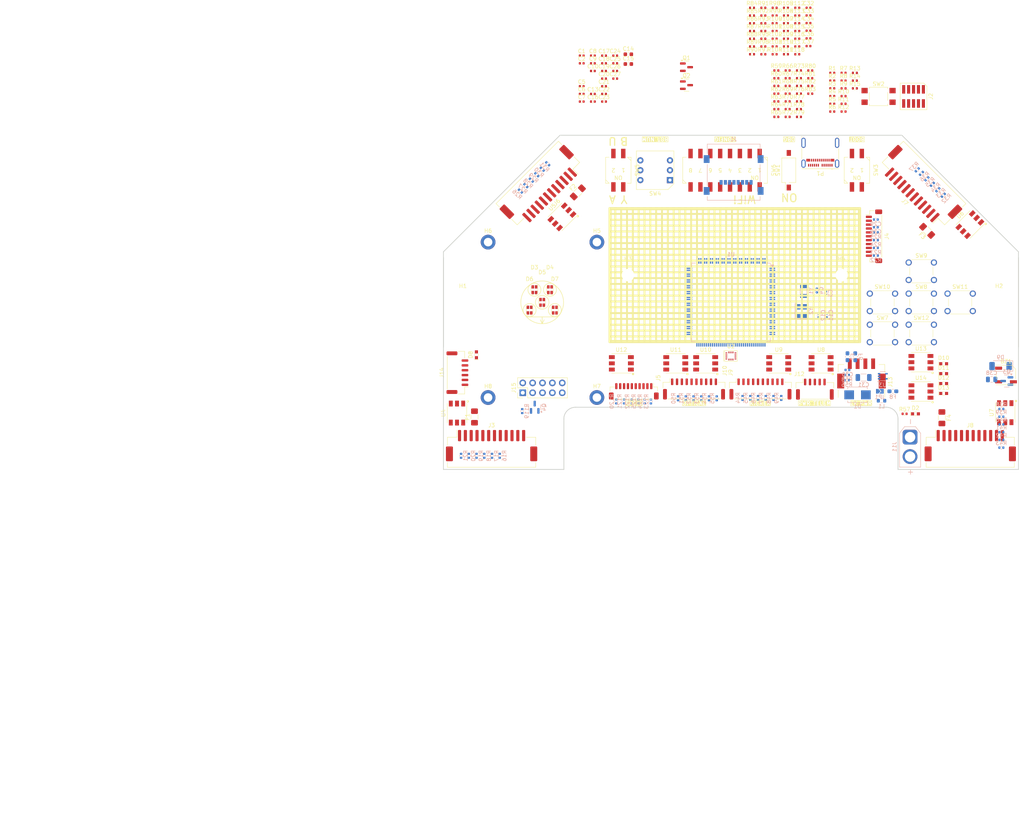
<source format=kicad_pcb>
(kicad_pcb (version 20240108) (generator "pcbnew") (generator_version "8.0")
  (title_block (date "2025-01-25"))
  (layers (0 "F.Cu" signal) (1 "In1.Cu" signal) (2 "In2.Cu" signal) (3 "In3.Cu" signal) (4 "In4.Cu" signal) (31 "B.Cu" signal) (34 "B.Paste" user) (35 "F.Paste" user) (36 "B.SilkS" user "B.Silkscreen") (37 "F.SilkS" user "F.Silkscreen") (38 "B.Mask" user) (39 "F.Mask" user) (44 "Edge.Cuts" user))
  (net 0 "")
  (net 1 "Net-(BZ1--)")
  (net 2 "+3V3")
  (net 3 "GND")
  (net 4 "/mcu/RCC_OSC32_N")
  (net 5 "/mcu/RCC_OSC32_P")
  (net 6 "+3V0")
  (net 7 "/mcu/RCC_OSC_N")
  (net 8 "/mcu/RCC_OSC_P")
  (net 9 "/mcu/NRST")
  (net 10 "Net-(C14-Pad1)")
  (net 11 "Net-(C15-Pad1)")
  (net 12 "/power/3v3_FILT")
  (net 13 "/power/3v0_PREFUSE")
  (net 14 "Net-(C32-Pad1)")
  (net 15 "Net-(C33-Pad1)")
  (net 16 "Net-(C34-Pad1)")
  (net 17 "Net-(C35-Pad1)")
  (net 18 "Net-(C36-Pad1)")
  (net 19 "Net-(C37-Pad1)")
  (net 20 "+5V")
  (net 21 "+BATT")
  (net 22 "Net-(D2-A)")
  (net 23 "/mcu/BOT_ID_DISPLAY.FL")
  (net 24 "Net-(D3-A1)")
  (net 25 "Net-(D3-K2)")
  (net 26 "Net-(D4-K2)")
  (net 27 "Net-(D4-A1)")
  (net 28 "/mcu/BOT_ID_DISPLAY.FR")
  (net 29 "Net-(D5-K2)")
  (net 30 "/mcu/BOT_ID_DISPLAY.TeamBlue")
  (net 31 "Net-(D5-A1)")
  (net 32 "/mcu/BOT_ID_DISPLAY.BL")
  (net 33 "Net-(D6-A1)")
  (net 34 "Net-(D6-K2)")
  (net 35 "Net-(D7-A1)")
  (net 36 "Net-(D7-K2)")
  (net 37 "/mcu/BOT_ID_DISPLAY.BR")
  (net 38 "Net-(D8-A)")
  (net 39 "Net-(D10-A)")
  (net 40 "Net-(D11-A)")
  (net 41 "Net-(D12-A)")
  (net 42 "Net-(D13-A)")
  (net 43 "Net-(J3-Pin_1)")
  (net 44 "Net-(J6-Pin_1)")
  (net 45 "Net-(J7-Pin_1)")
  (net 46 "Net-(J8-Pin_1)")
  (net 47 "Net-(J13-Pin_1)")
  (net 48 "Net-(J13-Pin_2)")
  (net 49 "Net-(JP1-B)")
  (net 50 "/mcu/SDMMC1_D2")
  (net 51 "/mcu/SDMMC1_CMD")
  (net 52 "/mcu/SDMMC1_CK")
  (net 53 "/mcu/SDMMC1_D0")
  (net 54 "/mcu/SDMMC1_D3")
  (net 55 "/mcu/SDMMC1_D1")
  (net 56 "/mcu/SWCLK")
  (net 60 "/mcu/SWDIO")
  (net 61 "/front_right_drive_motor/MOTOR.RX")
  (net 62 "Net-(J3-Pin_7)")
  (net 63 "Net-(J3-Pin_10)")
  (net 64 "/front_right_drive_motor/MOTOR.BOOT0")
  (net 65 "/front_right_drive_motor/MOTOR.RST")
  (net 66 "/front_right_drive_motor/MOTOR.CTS")
  (net 67 "/imu/IMU.~{DET}")
  (net 68 "/imu/IMU.MISO")
  (net 69 "/imu/IMU.SCK")
  (net 70 "/imu/IMU.~{SS}3")
  (net 71 "/imu/IMU.~{SS}1")
  (net 72 "/imu/IMU.INT1")
  (net 73 "/imu/IMU.MOSI")
  (net 74 "/imu/IMU.~{SS}2")
  (net 75 "/imu/IMU.INT2")
  (net 76 "Net-(J5-Pin_3)")
  (net 77 "/mcu/ODIN.RX")
  (net 78 "/mcu/ODIN.CTS")
  (net 79 "/mcu/ODIN.~{RST}")
  (net 80 "/mcu/ODIN.BOOT0")
  (net 81 "/mcu/ODIN.~{DET}")
  (net 82 "Net-(J5-Pin_6)")
  (net 83 "/back_right_drive_motor/MOTOR.BOOT0")
  (net 84 "Net-(J6-Pin_7)")
  (net 85 "/back_right_drive_motor/MOTOR.RST")
  (net 86 "/back_right_drive_motor/MOTOR.RX")
  (net 87 "/back_right_drive_motor/MOTOR.CTS")
  (net 88 "Net-(J6-Pin_10)")
  (net 89 "/back_left_drive_motor/MOTOR.RST")
  (net 90 "/back_left_drive_motor/MOTOR.RX")
  (net 91 "Net-(J7-Pin_10)")
  (net 92 "/back_left_drive_motor/MOTOR.CTS")
  (net 93 "Net-(J7-Pin_7)")
  (net 94 "/back_left_drive_motor/MOTOR.BOOT0")
  (net 95 "/front_left_drive_motor/MOTOR.RST")
  (net 96 "/front_left_drive_motor/MOTOR.CTS")
  (net 97 "Net-(J8-Pin_7)")
  (net 98 "/front_left_drive_motor/MOTOR.RX")
  (net 99 "Net-(J8-Pin_10)")
  (net 100 "/front_left_drive_motor/MOTOR.BOOT0")
  (net 101 "/kicker/KICKER.RX")
  (net 102 "/kicker/KICKER.RST")
  (net 103 "/kicker/KICKER.BOOT0")
  (net 104 "/kicker/KICKER.CTS")
  (net 105 "Net-(J9-Pin_10)")
  (net 106 "Net-(J9-Pin_7)")
  (net 107 "/mcu/OPTICAL_FLOW.RST")
  (net 108 "/mcu/OPTICAL_FLOW.CTS")
  (net 109 "Net-(J10-Pin_7)")
  (net 110 "/mcu/OPTICAL_FLOW.RX")
  (net 111 "Net-(J10-Pin_10)")
  (net 112 "/mcu/OPTICAL_FLOW.BOOT0")
  (net 113 "/mcu/POWER.RX")
  (net 116 "Net-(J12-Pin_2)")
  (net 117 "/mcu/SHELL_DETECT.RST")
  (net 118 "/mcu/SHELL_DETECT.SCL")
  (net 119 "/mcu/SHELL_DETECT.SDA")
  (net 120 "/mcu/SHELL_DETECT.LIGHT")
  (net 124 "/display/LCD.TX")
  (net 125 "/display/LCD.RX")
  (net 127 "Net-(J15-Pin_1)")
  (net 128 "VBUS")
  (net 129 "/mcu/USB_HS_D_P")
  (net 130 "Net-(P1-CC)")
  (net 131 "/mcu/USB_HS_D_N")
  (net 133 "/mcu/BOOT0")
  (net 134 "Net-(Q1-G)")
  (net 135 "Net-(Q1-S)")
  (net 136 "/mcu/USB_BOOT0_CONTROL")
  (net 137 "Net-(Q3-G)")
  (net 138 "/display/LCD.RST")
  (net 139 "/mcu/DEBUG_MODE")
  (net 140 "Net-(R1-Pad1)")
  (net 141 "/mcu/USER_BOOT0_OVERRIDE")
  (net 142 "/mcu/V_{sense}_V_{batt}")
  (net 143 "/mcu/V_{sense}_5V0")
  (net 144 "/mcu/V_{sense}_3v3")
  (net 145 "/front_right_drive_motor/MOTOR.TX")
  (net 146 "/front_right_drive_motor/MOTOR.RTS")
  (net 147 "Net-(U2-INT1)")
  (net 148 "Net-(U2-INT2)")
  (net 149 "/back_right_drive_motor/MOTOR.TX")
  (net 150 "/back_right_drive_motor/MOTOR.RTS")
  (net 151 "/back_left_drive_motor/MOTOR.TX")
  (net 152 "/back_left_drive_motor/MOTOR.RTS")
  (net 153 "/front_left_drive_motor/MOTOR.TX")
  (net 154 "/front_left_drive_motor/MOTOR.RTS")
  (net 155 "/kicker/KICKER.TX")
  (net 156 "/kicker/KICKER.RTS")
  (net 157 "/mcu/OPTICAL_FLOW.TX")
  (net 158 "/mcu/OPTICAL_FLOW.RTS")
  (net 159 "/mcu/POWER.TX")
  (net 160 "Net-(SW4-8)")
  (net 161 "/mcu/BOT_ID_SWITCHES.IDX3")
  (net 162 "Net-(SW4-4)")
  (net 163 "/mcu/BOT_ID_SWITCHES.IDX2")
  (net 164 "Net-(SW4-2)")
  (net 165 "/mcu/BOT_ID_SWITCHES.IDX1")
  (net 166 "/mcu/BOT_ID_SWITCHES.IDX0")
  (net 167 "Net-(R64-Pad1)")
  (net 168 "/mcu/BOT_ID_SWITCHES.TEAM_BLUE_~{YELLOW}")
  (net 169 "Net-(R74-Pad1)")
  (net 170 "Net-(R75-Pad1)")
  (net 171 "/mcu/BOT_ID_SWITCHES.SRC_PRIO_USER_~{AUTO}")
  (net 172 "/mcu/BOT_ID_DISPLAY.SrcDisagree")
  (net 173 "/mcu/DIP.0")
  (net 174 "Net-(R84-Pad1)")
  (net 175 "Net-(R85-Pad1)")
  (net 176 "/mcu/DIP.1")
  (net 177 "/mcu/DIP.2")
  (net 178 "Net-(R100-Pad2)")
  (net 179 "Net-(R101-Pad2)")
  (net 180 "/mcu/DIP.3")
  (net 181 "/mcu/DIP.4")
  (net 182 "Net-(R102-Pad2)")
  (net 183 "/mcu/BUZZER")
  (net 184 "Net-(R103-Pad2)")
  (net 185 "/mcu/DIP.5")
  (net 186 "Net-(R93-Pad1)")
  (net 187 "/mcu/BTNS.BACK")
  (net 188 "Net-(R94-Pad1)")
  (net 189 "/mcu/BTNS.ENTER")
  (net 190 "/mcu/DIP.6")
  (net 191 "Net-(R104-Pad2)")
  (net 192 "/mcu/DIP.7")
  (net 193 "Net-(R105-Pad2)")
  (net 194 "Net-(R107-Pad1)")
  (net 195 "/mcu/BTNS.UP")
  (net 196 "/mcu/LEDS.4")
  (net 197 "/mcu/LEDS.3")
  (net 198 "/mcu/LEDS.2")
  (net 199 "/mcu/LEDS.1")
  (net 200 "/mcu/BTNS.LEFT")
  (net 201 "Net-(R114-Pad1)")
  (net 202 "Net-(R115-Pad1)")
  (net 203 "/mcu/BTNS.RIGHT")
  (net 204 "Net-(R117-Pad1)")
  (net 205 "/mcu/BTNS.DOWN")
  (net 206 "/mcu/DOTSTARS.SCK")
  (net 207 "/mcu/ODIN.TX")
  (net 208 "/mcu/ODIN.RTS")
  (net 215 "/imu/IMU.~{SS}0")
  (net 216 "/mcu/DOTSTARS.MOSI")
  (net 223 "Net-(U4-SDO)")
  (net 224 "Net-(U4-CKO)")
  (net 225 "Net-(U5-SDO)")
  (net 226 "Net-(U5-CKO)")
  (net 227 "Net-(U6-SDO)")
  (net 228 "Net-(U6-CKO)")
  (net 229 "Net-(U7-CKO)")
  (net 230 "Net-(U7-SDO)")
  (net 231 "Net-(U8-SDO)")
  (net 232 "Net-(U8-CKO)")
  (net 233 "Net-(U10-CKI)")
  (net 234 "Net-(U10-SDI)")
  (net 235 "Net-(U10-CKO)")
  (net 236 "Net-(U10-SDO)")
  (net 237 "Net-(U11-CKO)")
  (net 238 "Net-(U11-SDO)")
  (net 239 "Net-(U12-CKO)")
  (net 240 "Net-(U12-SDO)")
  (net 241 "Net-(U13-CKO)")
  (net 242 "Net-(U13-SDO)")
  (footprint "Capacitor_SMD:C_0402_1005Metric" (layer "F.Cu") (at 169.96 35.105)
    (property "Reference" "C35")
    (property "Value" "0.1uF 63V")
  )
  (footprint "Resistor_SMD:R_0402_1005Metric" (layer "F.Cu") (at 164.6 55.28)
    (property "Reference" "R71")
    (property "Value" "10k")
  )
  (footprint "Resistor_SMD:R_0402_1005Metric" (layer "F.Cu") (at 164.16 41.145)
    (property "Reference" "R111")
    (property "Value" "10k")
  )
  (footprint "Resistor_SMD:R_0402_1005Metric" (layer "F.Cu") (at 155.43 41.145)
    (property "Reference" "R90")
    (property "Value" "330")
  )
  (footprint "Resistor_SMD:R_0402_1005Metric" (layer "F.Cu") (at 161.69 53.29)
    (property "Reference" "R63")
    (property "Value" "330")
  )
  (footprint "Connector_JST:JST_ZE_SM12B-ZESS-TB_1x12-1MP_P1.50mm_Horizontal" (layer "F.Cu") (at 101.516188 75.516188 -135)
    (property "Reference" "J6")
    (property "Value" "SM12B-ZESS")
  )
  (footprint "Capacitor_SMD:C_0402_1005Metric" (layer "F.Cu") (at 117.3425 53.33)
    (property "Reference" "C23")
    (property "Value" "100n 50V")
  )
  (footprint "Resistor_SMD:R_0402_1005Metric" (layer "F.Cu") (at 161.69 57.27)
    (property "Reference" "R65")
    (property "Value" "10k")
  )
  (footprint "AT-LED:SK9822" (layer "F.Cu") (at 162.3 120.7)
    (property "Reference" "U9")
    (property "Value" "SK9822")
  )
  (footprint "at-switches:219-2MST" (layer "F.Cu") (at 182.4 71 -90)
    (property "Reference" "SW3")
    (property "Value" "SW_DIP_x02")
  )
  (footprint "Package_TO_SOT_SMD:SOT-23" (layer "F.Cu") (at 138.5625 49.1)
    (property "Reference" "Q2")
    (property "Value" "BSS138K")
  )
  (footprint "Resistor_SMD:R_0402_1005Metric" (layer "F.Cu") (at 170.42 49.31)
    (property "Reference" "R82")
    (property "Value" "10k")
  )
  (footprint "AT-LED:SK9822" (layer "F.Cu") (at 211.5 85 45)
    (property "Reference" "U6")
    (property "Value" "SK9822")
  )
  (footprint "Resistor_SMD:R_0402_1005Metric" (layer "F.Cu") (at 176.08 55.9)
    (property "Reference" "R6")
    (property "Value" "1k")
  )
  (footprint "Resistor_SMD:R_0402_1005Metric" (layer "F.Cu") (at 155.43 35.175)
    (property "Reference" "R87")
    (property "Value" "10k")
  )
  (footprint "Capacitor_SMD:C_0402_1005Metric" (layer "F.Cu") (at 117.3425 41.51)
    (property "Reference" "C17")
    (property "Value" "100n 50V")
  )
  (footprint "AT-LED:SK9822" (layer "F.Cu") (at 135.8 120.7)
    (property "Reference" "U11")
    (property "Value" "SK9822")
  )
  (footprint "Resistor_SMD:R_0402_1005Metric" (layer "F.Cu") (at 155.43 39.155)
    (property "Reference" "R89")
    (property "Value" "330")
  )
  (footprint "Connector_JST:JST_SH_BM10B-SRSS-TB_1x10-1MP_P1.00mm_Vertical" (layer "F.Cu") (at 125 127.9 180)
    (property "Reference" "J5")
    (property "Value" "BM10B-SRSS-TB")
  )
  (footprint "Connector_JST:JST_GH_SM05B-GHS-TB_1x05-1MP_P1.25mm_Horizontal" (layer "F.Cu") (at 171.6 127.35)
    (property "Reference" "J12")
    (property "Value" "JST-GH-SM05B")
  )
  (footprint "AT-LED:LED0606_S_1324" (layer "F.Cu") (at 99.424999 101.75)
    (property "Reference" "D3")
    (property "Value" "LTST-C195KGJRKT")
  )
  (footprint "AT-LED:SK9822" (layer "F.Cu") (at 173.2 120.7)
    (property "Reference" "U8")
    (property "Value" "SK9822")
  )
  (footprint "AT-LED:SK9822" (layer "F.Cu") (at 198.9 127.95)
    (property "Reference" "U14")
    (property "Value" "SK9822")
  )
  (footprint "Resistor_SMD:R_0402_1005Metric" (layer "F.Cu") (at 158.34 35.175)
    (property "Reference" "R94")
    (property "Value" "330")
  )
  (footprint "AT-LED:SK9822" (layer "F.Cu") (at 198.9 120.4)
    (property "Reference" "U13")
    (property "Value" "SK9822")
  )
  (footprint "Capacitor_SMD:C_0603_1608Metric" (layer "F.Cu") (at 123.5975 43.665)
    (property "Reference" "C15")
    (property "Value" "2.2uF 10V")
  )
  (footprint "Resistor_SMD:R_0402_1005Metric" (layer "F.Cu") (at 161.69 45.33)
    (property "Reference" "R59")
    (property "Value" "330")
  )
  (footprint "at-switches:219-8MST" (layer "F.Cu") (at 148.5 71 -90)
    (property "Reference" "SW6")
    (property "Value" "219-8MST")
  )
  (footprint "Resistor_SMD:R_0402_1005Metric" (layer "F.Cu") (at 164.16 33.185)
    (property "Reference" "R107")
    (property "Value" "330")
  )
  (footprint "Resistor_SMD:R_0402_1005Metric" (layer "F.Cu") (at 161.25 31.195)
    (property "Reference" "R99")
    (property "Value" "10k")
  )
  (footprint "AT-LED:SK9822" (layer "F.Cu") (at 79.5 133.5 90)
    (property "Reference" "U4")
    (property "Value" "SK9822")
  )
  (footprint "Capacitor_SMD:C_0402_1005Metric" (layer "F.Cu") (at 169.96 37.075)
    (property "Reference" "C36")
    (property "Value" "0.1uF 63V")
  )
  (footprint "AT-LED:SK9822" (layer "F.Cu") (at 220.6 133.4 90)
    (property "Reference" "U7")
    (property "Value" "SK9822")
  )
  (footprint "Capacitor_SMD:C_0402_1005Metric" (layer "F.Cu") (at 169.96 33.135)
    (property "Reference" "C34")
    (property "Value" "0.1uF 63V")
  )
  (footprint "at-switches:221ADC16" (layer "F.Cu") (at 130.5 71 180)
    (property "Reference" "SW4")
    (property "Value" "221ADC16")
  )
  (footprint "Resistor_SMD:R_0402_1005Metric" (layer "F.Cu") (at 170.42 51.3)
    (property "Reference" "R83")
    (property "Value" "10k")
  )
  (footprint "Resistor_SMD:R_0402_1005Metric" (layer "F.Cu") (at 161.25 29.205)
    (property "Reference" "R98")
    (property "Value" "10k")
  )
  (footprint "Resistor_SMD:R_0402_1005Metric" (layer "F.Cu") (at 167.07 35.175)
    (property "Reference" "R115")
    (property "Value" "330")
  )
  (footprint "Capacitor_SMD:C_0402_1005Metric" (layer "F.Cu") (at 111.6025 41.51)
    (property "Reference" "C1")
    (property "Value" "100n 50V")
  )
  (footprint "Resistor_SMD:R_0402_1005Metric" (layer "F.Cu") (at 161.25 39.155)
    (property "Reference" "R103")
    (property "Value" "10k")
  )
  (footprint "at-switches:219-2MST" (layer "F.Cu") (at 121 71 -90)
    (property "Reference" "SW5")
    (property "Value" "SW_DIP_x02")
  )
  (footprint "Capacitor_SMD:C_0402_1005Metric" (layer "F.Cu") (at 114.4725 41.51)
    (property "Reference" "C8")
    (property "Value" "1u 50V")
  )
  (footprint "Capacitor_SMD:C_0402_1005Metric" (layer "F.Cu") (at 111.6025 51.36)
    (property "Reference" "C6")
    (property "Value" "1u 50V")
  )
  (footprint "Capacitor_SMD:C_0402_1005Metric" (layer "F.Cu") (at 169.96 29.195)
    (property "Reference" "C32")
    (property "Value" "0.1uF 63V")
  )
  (footprint "Resistor_SMD:R_0402_1005Metric" (layer "F.Cu") (at 155.43 31.195)
    (property "Reference" "R85")
    (property "Value" "330")
  )
  (footprint "at-switches:B3F-1000" (layer "F.Cu") (at 209 105)
    (property "Reference" "SW11")
    (property "Value" "B3F-1000")
  )
  (footprint "Capacitor_SMD:C_0402_1005Metric" (layer "F.Cu") (at 117.3425 45.45)
    (property "Reference" "C19")
    (property "Value" "100n 50V")
  )
  (footprint "Resistor_SMD:R_0402_1005Metric" (layer "F.Cu") (at 176.08 51.92)
    (property "Reference" "R4")
    (property "Value" "100k")
  )
  (footprint "at-switches:B3F-1000" (layer "F.Cu") (at 199 105)
    (property "Reference" "SW8")
    (property "Value" "B3F-1000")
  )
  (footprint "Connector_JST:JST_ZE_SM12B-ZESS-TB_1x12-1MP_P1.50mm_Horizontal" (layer "F.Cu") (at 211.6 141.87)
    (property "Reference" "J8")
    (property "Value" "SM12B-ZESS")
  )
  (footprint "MountingHole:MountingHole_3.2mm_M3" (layer "F.Cu") (at 81 105)
    (property "Reference" "H1")
    (property "Value" "M3")
  )
  (footprint "Resistor_SMD:R_0402_1005Metric" (layer "F.Cu") (at 167.51 53.29)
    (property "Reference" "R77")
    (property "Value" "10k")
  )
  (footprint "Resistor_SMD:R_0402_1005Metric" (layer "F.Cu") (at 181.9 45.95)
    (property "Reference" "R13")
    (property "Value" "1k")
  )
  (footprint "AT-LED:LED0603" (layer "F.Cu") (at 204.75 120.8)
    (property "Reference" "D10")
    (property "Value" "XL-1608UGC-04")
  )
  (footprint "Connector_USB:USB_C_Receptacle_Molex_105450-0101" (layer "F.Cu") (at 173 66.5 180)
    (property "Reference" "P1")
    (property "Value" "USB_C_Plug_USB2.0")
  )
  (footprint "Resistor_SMD:R_0402_1005Metric" (layer "F.Cu") (at 161.69 51.3)
    (property "Reference" "R62")
    (property "Value" "2.7k")
  )
  (footprint "Connector_JST:JST_ZE_SM12B-ZESS-TB_1x12-1MP_P1.50mm_Horizontal" (layer "F.Cu") (at 88.4 141.87)
    (property "Reference" "J3")
    (property "Value" "SM12B-ZESS")
  )
  (footprint "AT-LED:LED0603" (layer "F.Cu") (at 204.75 125.9)
    (property "Reference" "D12")
    (property "Value" "XL-1608UGC-04")
  )
  (footprint "Capacitor_SMD:C_0402_1005Metric" (layer "F.Cu") (at 114.4725 51.36)
    (property "Reference" "C13")
    (property "Value" "100n 50V")
  )
  (footprint "Resistor_SMD:R_0402_1005Metric" (layer "F.Cu") (at 158.34 33.185)
    (property "Reference" "R93")
    (property "Value" "330")
  )
  (footprint "Resistor_SMD:R_0402_1005Metric" (layer "F.Cu") (at 161.25 33.185)
    (property "Reference" "R100")
    (property "Value" "10k")
  )
  (footprint "Capacitor_SMD:C_0402_1005Metric" (layer "F.Cu") (at 111.6025 53.33)
    (property "Reference" "C7")
    (property "Value" "100n 50V")
  )
  (footprint "Resistor_SMD:R_0402_1005Metric" (layer "F.Cu") (at 194.7 133.7)
    (property "Reference" "R57")
    (property "Value" "23.7k")
  )
  (footprint "Resistor_SMD:R_0402_1005Metric" (layer "F.Cu") (at 176.08 53.91)
    (property "Reference" "R5")
    (property "Value" "1k")
  )
  (footprint "Capacitor_SMD:C_0402_1005Metric" (layer "F.Cu") (at 111.6025 49.39)
    (property "Reference" "C5")
    (property "Value" "100n 50V")
  )
  (footprint "Capacitor_SMD:C_0402_1005Metric" (layer "F.Cu") (at 120.2125 41.51)
    (property "Reference" "C24")
    (property "Value" "100n 50V")
  )
  (footprint "Resistor_SMD:R_0402_1005Metric" (layer "F.Cu") (at 178.99 45.95)
    (property "Reference" "R7")
    (property "Value" "100k")
  )
  (footprint "Resistor_SMD:R_0402_1005Metric" (layer "F.Cu") (at 164.6 49.31)
    (property "Reference" "R68")
    (property "Value" "10k")
  )
  (footprint "Fuse:Fuse_1206_3216Metric_Pad1.42x1.75mm_HandSolder" (layer "F.Cu") (at 110.6 76.7 45)
    (property "Reference" "F2")
    (property "Value" "4A")
  )
  (footprint "at-switches:B3F-1000" (layer "F.Cu") (at 199 113)
    (property "Reference" "SW12")
    (property "Value" "B3F-1000")
  )
  (footprint "Resistor_SMD:R_0402_1005Metric" (layer "F.Cu") (at 178.99 51.92)
    (property "Reference" "R10")
    (property "Value" "1.5k")
  )
  (footprint "Resistor_SMD:R_0402_1005Metric" (layer "F.Cu") (at 164.16 31.195)
    (property "Reference" "R106")
    (property "Value" "10k")
  )
  (footprint "Resistor_SMD:R_0402_1005Metric" (layer "F.Cu") (at 155.43 37.165)
    (property "Reference" "R88")
    (property "Value" "10k")
  )
  (footprint "Resistor_SMD:R_0402_1005Metric" (layer "F.Cu") (at 161.69 55.28)
    (property "Reference" "R64")
    (property "Value" "330")
  )
  (footprint "Resistor_SMD:R_0402_1005Metric" (layer "F.Cu") (at 164.16 35.175)
    (property "Reference" "R108")
    (property "Value" "10k")
  )
  (footprint "Resistor_SMD:R_0402_1005Metric" (layer "F.Cu") (at 161.25 35.175)
    (property "Reference" "R101")
    (property "Value" "10k")
  )
  (footprint "Resistor_SMD:R_0402_1005Metric" (layer "F.Cu") (at 164.16 29.205)
    (property "Reference" "R105")
    (property "Value" "10k")
  )
  (footprint "AT-Buzzer:MLT-5020" (layer "F.Cu") (at 220.8 123.7)
    (property "Reference" "BZ1")
    (property "Value" "MLT-5020")
  )
  (footprint "Resistor_SMD:R_0402_1005Metric" (layer "F.Cu") (at 167.51 51.3)
    (property "Reference" "R76")
    (property "Value" "10k")
  )
  (footprint "Resistor_SMD:R_0402_1005Metric" (layer "F.Cu") (at 167.51 57.27)
    (property "Reference" "R79")
    (property "Value" "10k")
  )
  (footprint "Resistor_SMD:R_0402_1005Metric" (layer "F.Cu") (at 164.6 51.3)
    (property "Reference" "R69")
    (property "Value" "10k")
  )
  (footprint "Capacitor_SMD:C_0402_1005Metric" (layer "F.Cu") (at 117.3425 49.39)
    (property "Reference" "C21")
    (property "Value" "100n 50V")
  )
  (footprint "Resistor_SMD:R_0402_1005Metric" (layer "F.Cu") (at 167.07 31.195)
    (property "Reference" "R113")
    (property "Value" "10k")
  )
  (footprint "Resistor_SMD:R_0402_1005Metric" (layer "F.Cu") (at 181.9 49.93)
    (property "Reference" "R15")
    (property "Value" "5.1k")
  )
  (footprint "MountingHole:MountingHole_2.2mm_M2_DIN965_Pad" (layer "F.Cu") (at 115.5 89.5)
    (property "Reference" "H5")
    (property "Value" "M2")
  )
  (footprint "Resistor_SMD:R_0402_1005Metric" (layer "F.Cu") (at 170.42 47.32)
    (property "Reference" "R81")
    (property "Value" "10k")
  )
  (footprint "Resistor_SMD:R_0402_1005Metric" (layer "F.Cu") (at 164.6 45.33)
    (property "Reference" "R66")
    (property "Value" "10k")
  )
  (footprint "AT-LED:LED0606_S_1324" (layer "F.Cu") (at 98.175 107.000001)
    (property "Reference" "D6")
    (property "Value" "LTST-C195KGJRKT")
  )
  (footprint "MountingHole:MountingHole_3.2mm_M3" (layer "F.Cu") (at 178.5 98)
    (property "Reference" "H4")
    (property "Value" "M3")
  )
  (footprint "Resistor_SMD:R_0402_1005Metric" (layer "F.Cu") (at 164.6 53.29)
    (property "Reference" "R70")
    (property "Value" "10k")
  )
  (footprint "Resistor_SMD:R_0402_1005Metric" (layer "F.Cu") (at 161.25 37.165)
    (property "Reference" "R102")
    (property "Value" "10k")
  )
  (footprint "AT-LED:LED0603" (layer "F.Cu") (at 204.75 128.45)
    (property "Reference" "D13")
    (property "Value" "XL-1608UGC-04")
  )
  (footprint "Resistor_SMD:R_0402_1005Metric" (layer "F.Cu") (at 167.07 39.155)
    (property "Reference" "R117")
    (property "Value" "330")
  )
  (footprint "Capacitor_SMD:C_0402_1005Metric" (layer "F.Cu") (at 117.3425 47.42)
    (property "Reference" "C20")
    (property "Value" "100n 50V")
  )
  (footprint "at-switches:B3F-1000" (layer "F.Cu") (at 189 105)
    (property "Reference" "SW10")
    (property "Value" "B3F-1000")
  )
  (footprint "Capacitor_SMD:C_0402_1005Metric" (layer "F.Cu") (at 120.2125 43.48)
    (property "Reference" "C25")
    (property "Value" "100n 50V")
  )
  (footprint "Capacitor_SMD:C_0402_1005Metric" (layer "F.Cu") (at 120.2125 45.45)
    (property "Reference" "C26")
    (property "Value" "100n 50V")
  )
  (footprint "Capacitor_SMD:C_0402_1005Metric" (layer "F.Cu") (at 117.3425 43.48)
    (property "Reference" "C18")
    (property "Value" "100n 50V")
  )
  (footprint "Resistor_SMD:R_0402_1005Metric" (layer "F.Cu") (at 158.34 39.155)
    (property "Reference" "R96")
    (property "Value" "10k")
  )
  (footprint "Connector_JST:JST_GH_BM06B-GHS-TBT_1x06-1MP_P1.25mm_Vertical" (layer "F.Cu") (at 79.6 123.1 90)
    (property "Reference" "J14")
    (property "Value" "Conn_01x06")
  )
  (footprint "AT-LED:LED0606_S_1324" (layer "F.Cu") (at 103.425001 101.75)
    (property "Reference" "D4")
    (property "Value" "LTST-C195KGJRKT")
  )
  (footprint "Capacitor_SMD:C_0402_1005Metric" (layer "F.Cu") (at 111.6025 43.48)
    (property "Reference" "C2")
    (property "Value" "1u 50V")
  )
  (footprint "AT-IMU:BMI323" (layer "F.Cu") (at 150 118.8)
    (property "Reference" "U2")
    (property "Value" "BMI323")
  )
  (footprint "Capacitor_SMD:C_0402_1005Metric" (layer "F.Cu") (at 120.2125 47.42)
    (property "Reference" "C27")
    (property "Value" "100n 50V")
  )
  (footprint "MountingHole:MountingHole_2.2mm_M2_DIN965_Pad" (layer "F.Cu") (at 115.5 129.5)
    (property "Reference" "H7")
    (property "Value" "M2")
  )
  (footprint "Fuse:Fuse_1206_3216Metric_Pad1.42x1.75mm_HandSolder" (layer "F.Cu") (at 84 134.5 90)
    (property "Reference" "F1")
    (property "Value" "4A")
  )
  (footprint "Resistor_SMD:R_0402_1005Metric" (layer "F.Cu") (at 167.07 37.165)
    (property "Reference" "R116")
    (property "Value" "10k")
  )
  (footprint "Resistor_SMD:R_0402_1005Metric" (layer "F.Cu") (at 167.51 47.32)
    (property "Reference" "R74")
    (property "Value" "330")
  )
  (footprint "AT-Connectors:Samtec-2x5pin-1.27mm" (layer "F.Cu") (at 197 52 180)
    (property "Reference" "J2")
    (property "Value" "Conn_ARM_JTAG_SWD_10")
  )
  (footprint "Resistor_SMD:R_0402_1005Metric" (layer "F.Cu") (at 167.07 33.185)
    (property "Reference" "R114")
    (property "Value" "330")
  )
  (footprint "Capacitor_SMD:C_0402_1005Metric" (layer "F.Cu") (at 114.4725 53.33)
    (property "Reference" "C16")
    (property "Value" "100n 50V")
  )
  (footprint "Resistor_SMD:R_0402_1005Metric" (layer "F.Cu") (at 164.6 57.27)
    (property "Reference" "R72")
    (property "Value" "10k")
  )
  (footprint "Resistor_SMD:R_0402_1005Metric" (layer "F.Cu") (at 176.08 47.94)
    (property "Reference" "R2")
    (property "Value" "10k")
  )
  (footprint "Connector_JST:JST_GH_SM10B-GHS-TB_1x10-1MP_P1.25mm_Horizontal" (layer "F.Cu") (at 157.6 127.3)
    (property "Reference" "J9")
    (property "Value" "Conn_01x10_MountingPin")
  )
  (footprint "Connector_JST:JST_ZE_SM12B-ZESS-TB_1x12-1MP_P1.50mm_Horizontal" (layer "F.Cu") (at 198.483812 75.516188 135)
    (property "Reference" "J7")
    (property "Value" "SM12B-ZESS")
  )
  (footprint "Resistor_SMD:R_0402_1005Metric" (layer "F.Cu") (at 161.25 41.145)
    (property "Reference" "R104")
    (property "Value" "10k")
  )
  (footprint "Capacitor_SMD:C_0402_1005Metric" (layer "F.Cu") (at 169.96 31.165)
    (property "Reference" "C33")
    (property "Value" "0.1uF 63V")
  )
  (footprint "Resistor_SMD:R_0402_1005Metric" (layer "F.Cu") (at 164.16 37.165)
    (property "Reference" "R109")
    (property "Value" "10k")
  )
  (footprint "at-switches:B3F-1000" (layer "F.Cu") (at 189 113)
    (property "Reference" "SW7")
    (property "Value" "B3F-1000")
  )
  (footprint "Resistor_SMD:R_0402_1005Metric" (layer "F.Cu") (at 178.99 53.91)
    (property "Reference" "R11")
    (property "Value" "650")
  )
  (footprint "Capacitor_SMD:C_0402_1005Metric" (layer "F.Cu") (at 114.4725 43.48)
    (property "Reference" "C9")
    (property "Value" "1u 50V")
  )
  (footprint "Resistor_SMD:R_0402_1005Metric" (layer "F.Cu") (at 176.08 45.95)
    (property "Reference" "R1")
    (property "Value" "330")
  )
  (footprint "AT-Connectors:JST_PA_S04B-PASS_1x04_P2.00mm_Horizontal" (layer "F.Cu") (at 183.6 125.5 180)
    (property "Reference" "J13")
    (property "Value" "Conn_01x04")
  )
  (footprint "Resistor_SMD:R_0402_1005Metric" (layer "F.Cu") (at 155.43 33.185)
    (property "Reference" "R86")
    (property "Value" "330")
  )
  (footprint "Resistor_SMD:R_0402_1005Metric" (layer "F.Cu") (at 158.34 37.165)
    (property "Reference" "R95")
    (property "Value" "330")
  )
  (footprint "at-switches:B3F-1000" (layer "F.Cu") (at 199 97)
    (property "Reference" "SW9")
    (property "Value" "B3F-1000")
  )
  (footprint "Capacitor_SMD:C_0402_1005Metric" (layer "F.Cu") (at 169.96 39.045)
    (property "Reference" "C37")
    (property "Value" "0.1uF 63V")
  )
  (footprint "Button_Switch_SMD:SW_SPST_TL3305A" (layer "F.Cu") (at 188 52)
    (property "Reference" "SW2")
    (property "Value" "RST")
  )
  (footprint "Resistor_SMD:R_0402_1005Metric" (layer "F.Cu") (at 158.34 29.205)
    (property "Reference" "R91")
    (property "Value" "10")
  )
  (footprint "Connector_JST:JST_GH_SM10B-GHS-TB_1x10-1MP_P1.25mm_Horizontal" (layer "F.Cu") (at 140.5 127.3)
    (property "Reference" "J10")
    (property "Value" "Conn_01x10_MountingPin")
  )
  (footprint "Button_Switch_SMD:SW_DIP_SPSTx01_Slide_Omron_A6S-110x_W8.9mm_P2.54mm" (layer "F.Cu") (at 164.9 71 90)
    (property "Reference" "SW1")
    (property "Value" "A6SN-1104")
  )
  (footprint "AT-LED:LED0603" (layer "F.Cu") (at 84.5 118.5 90)
    (property "Reference" "D8")
    (property "Value" "XL-1608UOC-06")
  )
  (footprint "Resistor_SMD:R_0402_1005Metric" (layer "F.Cu") (at 164.6 47.32)
    (property "Reference" "R67")
    (property "Value" "10k")
  )
  (footprint "Resistor_SMD:R_0402_1005Metric" (layer "F.Cu") (at 167.51 45.33)
    (property "Reference" "R73")
    (property "Value" "10k")
  )
  (footprint "AT-LED:LED0603" (layer "F.Cu") (at 197.5 133.7)
    (property "Reference" "D2")
    (property "Value" "XL-1608UWC-04")
  )
  (footprint "Connector_JST:JST_SH_BM11B-SRSS-TB_1x11-1MP_P1.00mm_Vertical" (layer "F.Cu") (at 186.825 88 -90)
    (property "Reference" "J4")
    (property "Value" "BM11B-SRSS-TB")
  )
  (footprint "Fuse:Fuse_1206_3216Metric_Pad1.42x1.75mm_HandSolder" (layer "F.Cu") (at 200.5 86.6 135)
    (property "Reference" "F3")
    (property "Value" "4A")
  )
  (footprint "Resistor_SMD:R_0402_1005Metric" (layer "F.Cu") (at 181.9 47.94)
    (property "Reference" "R14")
    (property "Value" "1k")
  )
  (footprint "Resistor_SMD:R_0402_1005Metric" (layer "F.Cu") (at 167.51 49.31)
    (property "Reference" "R75")
    (property "Value" "330")
  )
  (footprint "Fuse:Fuse_1206_3216Metric_Pad1.42x1.75mm_HandSolder" (layer "F.Cu") (at 204.3 134.7 -90)
    (property "Reference" "F4")
    (property "Value" "4A")
  )
  (footprint "AT-LED:LED0606_S_1324" (layer "F.Cu") (at 104.675 107.000001)
    (property "Reference" "D7")
    (property "Value" "LTST-C195KGJRKT")
  )
  (footprint "AT-LED:SK9822" (layer "F.Cu") (at 143.5 120.7)
    (property "Reference" "U10")
    (property "Value" "SK9822")
  )
  (footprint "Resistor_SMD:R_0402_1005Metric" (layer "F.Cu") (at 167.07 29.205)
    (property "Reference" "R112")
    (property "Value" "10k")
  )
  (footprint "Resistor_SMD:R_0402_1005Metric" (layer "F.Cu") (at 167.07 41.145)
    (property "Reference" "R118")
    (property "Value" "10k")
  )
  (footprint "Resistor_SMD:R_0402_1005Metric" (layer "F.Cu") (at 167.51 55.28)
    (property "Reference" "R78")
    (property "Value" "10k")
  )
  (footprint "Resistor_SMD:R_0402_1005Metric" (layer "F.Cu") (at 158.34 31.195)
    (property "Reference" "R92")
    (property "Value" "330")
  )
  (footprint "AT-LED:LED0603" (layer "F.Cu") (at 204.75 123.35)
    (property "Reference" "D11")
    (property "Value" "XL-1608UGC-04")
  )
  (footprint "Resistor_SMD:R_0402_1005Metric" (layer "F.Cu") (at 161.69 49.31)
    (property "Reference" "R61")
    (property "Value" "2.7k")
  )
  (footprint "Resistor_SMD:R_0402_1005Metric" (layer "F.Cu") (at 178.99 55.9)
    (property "Reference" "R12")
    (property "Value" "1k")
  )
  (footprint "MountingHole:MountingHole_3.2mm_M3" (layer "F.Cu") (at 219 105)
    (property "Reference" "H2")
    (property "Value" "M3")
  )
  (footprint "MountingHole:MountingHole_2.2mm_M2_DIN965_Pad" (layer "F.Cu") (at 87.5 129.5)
    (property "Reference" "H8")
    (property "Value" "M2")
  )
  (footprint "Resistor_SMD:R_0402_1005Metric" (layer "F.Cu") (at 170.42 45.33)
    (property "Reference" "R80")
    (property "Value" "10k")
  )
  (footprint "Capacitor_SMD:C_0402_1005Metric" (layer "F.Cu") (at 114.4725 45.45)
    (property "Reference" "C10")
    (property "Value" "100n 50V")
  )
  (footprint "Resistor_SMD:R_0402_1005Metric" (layer "F.Cu") (at 155.43 29.205)
    (property "Reference" "R84")
    (property "Value" "330")
  )
  (footprint "AT-LED:SK9822" (layer "F.Cu") (at 121.8 120.7)
    (property "Reference" "U12")
    (property "Value" "SK9822")
  )
  (footprint "Resistor_SMD:R_0402_1005Metric" (layer "F.Cu") (at 176.08 49.93)
    (property "Reference" "R3")
    (property "Value" "10k")
  )
  (footprint "MountingHole:MountingHole_2.2mm_M2_DIN965_Pad" (layer "F.Cu") (at 87.5 89.5)
    (property "Reference" "H6")
    (property "Value" "M2")
  )
  (footprint "Capacitor_SMD:C_0402_1005Metric" (layer "F.Cu") (at 117.3425 51.36)
    (property "Reference" "C22")
    (property "Value" "100n 50V")
  )
  (footprint "Resistor_SMD:R_0402_1005Metric" (layer "F.Cu") (at 178.99 47.94)
    (property "Reference" "R8")
    (property "Value" "100k")
  )
  (footprint "Package_TO_SOT_SMD:SOT-23" (layer "F.Cu") (at 138.5625 44.475)
    (property "Reference" "Q1")
    (property "Value" "BSS84")
  )
  (footprint "MountingHole:MountingHole_3.2mm_M3" (layer "F.Cu") (at 123.5 98)
    (property "Reference" "H3")
    (property "Value" "M3")
  )
  (footprint "Resistor_SMD:R_0402_1005Metric" (layer "F.Cu") (at 161.69 47.32)
    (property "Reference" "R60")
    (property "Value" "330")
  )
  (footprint "Resistor_SMD:R_0402_1005Metric" (layer "F.Cu") (at 158.34 41.145)
    (property "Reference" "R97")
    (property "Value" "330")
  )
  (footprint "AT-LED:SK9822" (layer "F.Cu") (at 106.5 83 45)
    (property "Reference" "U5")
    (property "Value" "SK9822")
  )
  (footprint "Connector_PinHeader_2.54mm:PinHeader_2x05_P2.54mm_Vertical" (layer "F.Cu") (at 96.425 128.275 90)
    (property "Reference" "J15")
    (property "Value" "Conn_02x05_Odd_Even")
  )
  (footprint "Resistor_SMD:R_0402_1005Metric" (layer "F.Cu") (at 178.99 49.93)
    (property "Reference" "R9")
    (property "Value" "11.5k")
  )
  (footprint "Capacitor_SMD:C_0603_1608Metric" (layer "F.Cu") (at 123.5975 41.155)
    (property "Reference" "C14")
    (property "Value" "2.2uF 10V")
  )
  (footprint "Resistor_SMD:R_0402_1005Metric" (layer "F.Cu") (at 164.16 39.155)
    (property "Reference" "R110")
    (property "Value" "10k")
  )
  (footprint "AT-LED:LED0606_Z_1324" (layer "F.Cu") (at 101.425 105)
    (property "Reference" "D5")
    (property "Value" "MHT194YBCT")
  )
  (footprint "Fuse:Fuse_0603_1608Metric_Pad1.05x0.95mm_HandSolder" (layer "B.Cu") (at 180 119 90)
    (property "Reference" "F7")
    (property "Value" "~")
  )
  (footprint "Resistor_SMD:R_0402_1005Metric" (layer "B.Cu") (at 158.97 129.61 -90)
    (property "Reference" "R47")
    (property "Value" "330")
  )
  (footprint "Package_TO_SOT_SMD:SOT-23" (layer "B.Cu") (at 99.5 132 90)
    (property "Reference" "Q4")
    (property "Value" "BSS138K")
  )
  (footprint "Capacitor_SMD:C_0402_1005Metric" (layer "B.Cu") (at 174.415 102.64 90)
    (property "Reference" "C3")
    (property "Value" "15pF")
  )
  (footprint "Resistor_SMD:R_0402_1005Metric" (layer "B.Cu") (at 84.530001 144.5 90)
    (property "Reference" "R19")
    (property "Value" "330")
  )
  (footprint "Resistor_SMD:R_0402_1005Metric" (layer "B.Cu") (at 124.489999 130.5 -90)
    (property "Reference" "R122")
    (property "Value" "330")
  )
  (footprint "Resistor_SMD:R_0402_1005Metric" (layer "B.Cu") (at 200.439197 73.217948 45)
    (property "Reference" "R35")
    (property "Value" "330")
  )
  (footprint "AT-BoardFeatures:SolderJumper-2_2.0x1.2mm_Closed" (layer "B.Cu") (at 188.335 127.885)
    (property "Reference" "JP1")
    (property "Value" "3v0 Local Enable")
  )
  (footprint "Resistor_SMD:R_0402_1005Metric" (layer "B.Cu") (at 86.52 144.5 90)
    (property "Reference" "R18")
    (property "Value" "330")
  )
  (footprint "Resistor_SMD:R_0402_1005Metric" (layer "B.Cu") (at 138.389999 129.7 -90)
    (property "Reference" "R51")
    (property "Value" "100k")
  )
  (footprint "Resistor_SMD:R_0402_1005Metric" (layer "B.Cu") (at 126.2 130.5 -90)
    (property "Reference" "R125")
    (property "Value" "100k")
  )
  (footprint "Fuse:Fuse_0603_1608Metric_Pad1.05x0.95mm_HandSolder" (layer "B.Cu") (at 191.68 127.899999)
    (property "Reference" "F8")
    (property "Value" "06F-0200L1")
  )
  (footprint "Resistor_SMD:R_0603_1608Metric" (layer "B.Cu") (at 188.76 130.32)
    (property "Reference" "L1")
    (property "Value" "650 @100MHz")
  )
  (footprint "Resistor_SMD:R_0402_1005Metric" (layer "B.Cu") (at 199.032054 71.810806 45)
    (property "Reference" "R36")
    (property "Value" "100k")
  )
  (footprint "Resistor_SMD:R_0402_1005Metric" (layer "B.Cu") (at 179.88 123.7)
    (property "Reference" "R58")
    (property "Value" "330")
  )
  (footprint "Resistor_SMD:R_0402_1005Metric" (layer "B.Cu") (at 101.432233 70.746518 -45)
    (property "Reference" "R30")
    (property "Value" "100k")
  )
  (footprint "Resistor_SMD:R_0402_1005Metric" (layer "B.Cu") (at 187.3 87)
    (property "Reference" "R25")
    (property "Value" "10k")
  )
  (footprint "Capacitor_SMD:C_0402_1005Metric" (layer "B.Cu") (at 172.115 101.96 90)
    (property "Reference" "C4")
    (property "Value" "15pF")
  )
  (footprint "Crystal:Crystal_SMD_3225-4Pin_3.2x2.5mm" (layer "B.Cu") (at 168.15 107.25 90)
    (property "Reference" "Y2")
    (property "Value" "TAXM8M4RDBCCT2T")
  )
  (footprint "Resistor_SMD:R_0402_1005Metric" (layer "B.Cu") (at 127.8 130.509999 -90)
    (property "Reference" "R124")
    (property "Value" "100k")
  )
  (footprint "Resistor_SMD:R_0402_1005Metric" (layer "B.Cu") (at 98.617948 73.560803 -45)
    (property "Reference" "R28")
    (property "Value" "330")
  )
  (footprint "Resistor_SMD:R_0402_1005Metric" (layer "B.Cu") (at 187.299999 88.990001)
    (property "Reference" "R24")
    (property "Value" "10k")
  )
  (footprint "AT-Connectors:MEM2067-02-180-00-A" (layer "B.Cu") (at 150.7 71.5 180)
    (property "Reference" "J1")
    (property "Value" "SD_Card_Device")
  )
  (footprint "Package_TO_SOT_SMD:SOT-23" (layer "B.Cu") (at 220.995 125.25 180)
    (property "Reference" "Q3")
    (property "Value" "SI2310-TP")
  )
  (footprint "Resistor_SMD:R_0402_1005Metric" (layer "B.Cu") (at 203.253482 76.032233 45)
    (property "Reference" "R33")
    (property "Value" "100k")
  )
  (footprint "Resistor_SMD:R_0402_1005Metric" (layer "B.Cu") (at 120.510001 130.5 -90)
    (property "Reference" "R120")
    (property "Value" "100k")
  )
  (footprint "Fuse:Fuse_0603_1608Metric_Pad1.05x0.95mm_HandSolder" (layer "B.Cu") (at 182 119 90)
    (property "Reference" "F6")
    (property "Value" "~")
  )
  (footprint "Resistor_SMD:R_0402_1005Metric" (layer "B.Cu") (at 219.6 132.450001 180)
    (property "Reference" "R38")
    (property "Value" "100k")
  )
  (footprint "Capacitor_SMD:C_0805_2012Metric" (layer "B.Cu") (at 217.095 124.85 180)
    (property "Reference" "C38")
    (property "Value" "4.7uF 25V")
  )
  (footprint "Diode_SMD:D_SOD-128" (layer "B.Cu") (at 219.4 121.4 180)
    (property "Reference" "D9")
    (property "Value" "RBR5LAM60ATR")
  )
  (footprint "Resistor_SMD:R_0402_1005Metric" (layer "B.Cu") (at 197.95 70.9 -135)
    (property "Reference" "R37")
    (property "Value" "100k")
  )
  (footprint "Resistor_SMD:R_0402_1005Metric" (layer "B.Cu") (at 88.510001 144.5 90)
    (property "Reference" "R17")
    (property "Value" "100k")
  )
  (footprint "Resistor_SMD:R_0402_1005Metric" (layer "B.Cu") (at 95.803663 76.375088 -45)
    (property "Reference" "R26")
    (property "Value" "100k")
  )
  (footprint "Resistor_SMD:R_0402_1005Metric" (layer "B.Cu") (at 179.86 125.03)
    (property "Reference" "R56")
    (property "Value" "100k")
  )
  (footprint "Resistor_SMD:R_0402_1005Metric" (layer "B.Cu") (at 146.349999 129.7 -90)
    (property "Reference" "R55")
    (property "Value" "100k")
  )
  (footprint "Resistor_SMD:R_0402_1005Metric" (layer "B.Cu") (at 187.299999 92.970001)
    (property "Reference" "R22")
    (property "Value" "330")
  )
  (footprint "Resistor_SMD:R_0402_1005Metric" (layer "B.Cu") (at 96.285 132.99 90)
    (property "Reference" "R119")
    (property "Value" "100k")
  )
  (footprint "Resistor_SMD:R_0402_1005Metric" (layer "B.Cu") (at 144.36 129.7 -90)
    (property "Reference" "R54")
    (property "Value" "100k")
  )
  (footprint "Resistor_SMD:R_0402_1005Metric" (layer "B.Cu") (at 219.6 138.42 180)
    (property "Reference" "R41")
    (property "Value" "330")
  )
  (footprint "Resistor_SMD:R_0402_1005Metric" (layer "B.Cu") (at 160.96 129.609999 -90)
    (property "Reference" "R48")
    (property "Value" "100k")
  )
  (footprint "Capacitor_SMD:C_0402_1005Metric" (layer "B.Cu") (at 179.98 122.400001)
    (property "Reference" "C30")
    (property "Value" "0.1u")
  )
  (footprint "Capacitor_SMD:C_0402_1005Metric" (layer "B.Cu") (at 187.3 85.669999)
    (property "Reference" "C28")
    (property "Value" "0.1uF 63V")
  )
  (footprint "Resistor_SMD:R_0402_1005Metric" (layer "B.Cu") (at 156.98 129.609999 -90)
    (property "Reference" "R46")
    (property "Value" "330")
  )
  (footprint "Resistor_SMD:R_0402_1005Metric" (layer "B.Cu") (at 219.6 140.410001 180)
    (property "Reference" "R42")
    (property "Value" "100k")
  )
  (footprint "Resistor_SMD:R_0402_1005Metric" (layer "B.Cu") (at 136.4 129.7 -90)
    (property "Reference" "R50")
    (property "Value" "100k")
  )
  (footprint "Resistor_SMD:R_0402_1005Metric" (layer "B.Cu") (at 153 129.609999 -90)
    (property "Reference" "R44")
    (property "Value" "100k")
  )
  (footprint "Resistor_SMD:R_0402_1005Metric" (layer "B.Cu") (at 102.839376 69.339376 -45)
    (property "Reference" "R31")
    (property "Value" "100k")
  )
  (footprint "Resistor_SMD:R_0402_1005Metric" (layer "B.Cu") (at 162.95 129.61 -90)
    (property "Reference" "R49")
    (property "Value" "100k")
  )
  (footprint "Capacitor_SMD:C_0402_1005Metric" (layer "B.Cu") (at 172.615001 108.34 90)
    (property "Reference" "C12")
    (property "Value" "11pF")
  )
  (footprint "Resistor_SMD:R_0402_1005Metric" (layer "B.Cu") (at 82.54 144.5 90)
    (property "Reference" "R20")
    (property "Value" "100k")
  )
  (footprint "Package_QFP:LQFP-144_20x20mm_P0.5mm" (layer "B.Cu") (at 150 105 180)
    (property "Reference" "U1")
    (property "Value" "STM32H723ZGTx")
  )
  (footprint "Resistor_SMD:R_0402_1005Metric" (layer "B.Cu") (at 219.6 142.4 180)
    (property "Reference" "R43")
    (property "Value" "100k")
  )
  (footprint "Package_TO_SOT_SMD:SOT-353_SC-70-5" (layer "B.Cu") (at 189.09 124.025)
    (property "Reference" "U3")
    (property "Value" "TLV70030_SOT353")
  )
  (footprint "Resistor_SMD:R_0402_1005Metric" (layer "B.Cu") (at 219.6 134.44 180)
    (property "Reference" "R39")
    (property "Value" "100k")
  )
  (footprint "Resistor_SMD:R_0402_1005Metric" (layer "B.Cu") (at 204.660624 77.439376 45)
    (property "Reference" "R32")
    (property "Value" "100k")
  )
  (footprint "Resistor_SMD:R_0402_1005Metric" (layer "B.Cu") (at 100.025091 72.153661 -45)
    (property "Reference" "R29")
    (property "Value" "330")
  )
  (footprint "Resistor_SMD:R_0402_1005Metric" (layer "B.Cu") (at 80.550001 144.5 90)
    (property "Reference" "R21")
    (property "Value" "100k")
  )
  (footprint "Resistor_SMD:R_0402_1005Metric" (layer "B.Cu") (at 219.6 136.430001 180)
    (property "Reference" "R40")
    (property "Value" "330")
  )
  (footprint "Capacitor_SMD:C_0402_1005Metric" (layer "B.Cu") (at 174.585 108.34 90)
    (property "Reference" "C11")
    (property "Value" "11pF")
  )
  (footprint "Resistor_SMD:R_0402_1005Metric" (layer "B.Cu") (at 187.3 90.980001)
    (property "Reference" "R23")
    (property "Value" "330")
  )
  (footprint "Capacitor_SMD:C_0402_1005Metric" (layer "B.Cu") (at 187.3 83.7)
    (property "Reference" "C29")
    (property "Value" "0.1uF 63V")
  )
  (footprint "Resistor_SMD:R_0402_1005Metric" (layer "B.Cu") (at 97.210806 74.967946 -45)
    (property "Reference" "R27")
    (property "Value" "100k")
  )
  (footprint "Resistor_SMD:R_0402_1005Metric" (layer "B.Cu") (at 122.5 130.5 -90)
    (property "Reference" "R121")
    (property "Value" "100k")
  )
  (footprint "Crystal:Crystal_SMD_3215-2Pin_3.2x1.5mm" (layer "B.Cu") (at 168.7 102.1 90)
    (property "Reference" "Y1")
    (property "Value" "Q13FC13500005")
  )
  (footprint "Resistor_SMD:R_0402_1005Metric" (layer "B.Cu") (at 142.369999 129.7 -90)
    (property "Reference" "R53")
    (property "Value" "330")
  )
  (footprint "AT-Discrete:D_SMB_Non-Polar" (layer "B.Cu") (at 182.58 128.8)
    (property "Reference" "D1")
    (property "Value" "SMBJ26CA")
  )
  (footprint "Resistor_SMD:R_0402_1005Metric" (layer "B.Cu") (at 90.5 144.5 90)
    (property "Reference" "R16")
    (property "Value" "100k")
  )
  (footprint "Connector_AMASS:AMASS_XT30U-M_1x02_P5.0mm_Vertical" (layer "B.Cu") (at 196.1 139.7 -90)
    (property "Reference" "J11")
    (property "Value" "EC3-M")
  )
  (footprint "Capacitor_SMD:C_1206_3216Metric" (layer "B.Cu") (at 184.14 124.35)
    (property "Reference" "C31")
    (property "Value" "1u")
  )
  (footprint "Resistor_SMD:R_0402_1005Metric" (layer "B.Cu") (at 201.846339 74.625091 45)
    (property "Reference" "R34")
    (property "Value" "330")
  )
  (footprint "Resistor_SMD:R_0402_1005Metric" (layer "B.Cu") (at 129.4 130.509999 -90)
    (property "Reference" "R123")
    (property "Value" "330")
  )
  (footprint "Resistor_SMD:R_0402_1005Metric" (layer "B.Cu") (at 140.38 129.7 -90)
    (property "Reference" "R52")
    (property "Value" "330")
  )
  (footprint "Resistor_SMD:R_0402_1005Metric" (layer "B.Cu") (at 154.99 129.61 -90)
    (property "Reference" "R45")
    (property "Value" "100k")
  )
  (gr_circle (center 103.425001 101.75) (end 101.747948 101.75) (stroke (width 0.153)) (fill none) (layer "F.SilkS"))
  (gr_circle (center 101.425 105) (end 101.425 106.75) (stroke (width 0.153)) (fill none) (layer "F.SilkS"))
  (gr_circle (center 104.675 107.000001) (end 102.997948 107) (stroke (width 0.153)) (fill none) (layer "F.SilkS"))
  (gr_line (start 101.425 110.5) (end 101.425 108.749999) (stroke (width 0.153)) (layer "F.SilkS"))
  (gr_line (start 101.425 110.5) (end 100.925 109.5) (stroke (width 0.153)) (layer "F.SilkS"))
  (gr_circle (center 98.175 107.000001) (end 96.675 107.75) (stroke (width 0.153)) (fill none) (layer "F.SilkS"))
  (gr_line (start 101.425 110.5) (end 101.925 109.5) (stroke (width 0.153)) (layer "F.SilkS"))
  (gr_circle (center 99.424999 101.75) (end 98.675 100.25) (stroke (width 0.153)) (fill none) (layer "F.SilkS"))
  (gr_line (start 105.425001 108.75) (end 97.424999 108.75) (stroke (width 0.153)) (layer "F.SilkS"))
  (gr_circle (center 101.425 105) (end 95.925 105) (stroke (width 0.153)) (fill none) (layer "F.SilkS"))
  (gr_line (start 106 62) (end 76 92) (stroke (width 0.2)) (layer "Edge.Cuts"))
  (gr_line (start 224 148) (end 224 92) (stroke (width 0.2)) (layer "Edge.Cuts"))
  (gr_line (start 224 92) (end 194 62) (stroke (width 0.2)) (layer "Edge.Cuts"))
  (gr_line (start 76 93.5) (end 76 116.5) (stroke (width 0.2)) (layer "Edge.Cuts"))
  (gr_arc (start 190 132) (mid 192.12132 132.87868) (end 193 135) (stroke (width 0.2)) (layer "Edge.Cuts"))
  (gr_line (start 76 92) (end 76 148) (stroke (width 0.2)) (layer "Edge.Cuts"))
  (gr_line (start 76 148) (end 107 148) (stroke (width 0.2)) (layer "Edge.Cuts"))
  (gr_line (start 110 132) (end 190 132) (stroke (width 0.2)) (layer "Edge.Cuts"))
  (gr_line (start 193 148) (end 224 148) (stroke (width 0.2)) (layer "Edge.Cuts"))
  (gr_line (start 224 116.5) (end 224 93.5) (stroke (width 0.2)) (layer "Edge.Cuts"))
  (gr_line (start 107 148) (end 107 135) (stroke (width 0.2)) (layer "Edge.Cuts"))
  (gr_arc (start 107 135) (mid 107.87868 132.87868) (end 110 132) (stroke (width 0.2)) (layer "Edge.Cuts"))
  (gr_line (start 194 62) (end 106 62) (stroke (width 0.2)) (layer "Edge.Cuts"))
  (gr_line (start 193 135) (end 193 148) (stroke (width 0.2)) (layer "Edge.Cuts"))
  (gr_text "OPTICAL" (at 140.5 131 0) (layer "F.SilkS" knockout) (effects (font (size 1 1) (thickness 0.2))))
  (gr_text "BOT NUM" (at 130.5 63 180) (layer "F.SilkS" knockout) (effects (font (size 1 1) (thickness 0.2))))
  (gr_text "RADIO" (at 125 131 0) (layer "F.SilkS" knockout) (effects (font (size 1 1) (thickness 0.2))))
  (gr_text "B" (at 122.5 63.5 180) (layer "F.SilkS") (effects (font (size 2 2) (thickness 0.3))))
  (gr_text "DBG" (at 165 63 180) (layer "F.SilkS" knockout) (effects (font (size 1 1) (thickness 0.2))))
  (gr_text "LV PWR" (at 183.5 131 0) (layer "F.SilkS" knockout) (effects (font (size 1 1) (thickness 0.2))))
  (gr_text "BOOT" (at 182.5 63 180) (layer "F.SilkS" knockout) (effects (font (size 1 1) (thickness 0.2))))
  (gr_text "A" (at 119.5 78.5 180) (layer "F.SilkS") (effects (font (size 2 2) (thickness 0.3))))
  (gr_text "Y" (at 122.5 78.5 180) (layer "F.SilkS") (effects (font (size 2 2) (thickness 0.3))))
  (gr_text "KICKER" (at 157.5 131 0) (layer "F.SilkS" knockout) (effects (font (size 1 1) (thickness 0.2))))
  (gr_text "WiFi\n" (at 153.5 78.5 180) (layer "F.SilkS") (effects (font (size 2 2) (thickness 0.3))))
  (gr_text "U" (at 119.5 63.5 180) (layer "F.SilkS") (effects (font (size 2 2) (thickness 0.3))))
  (gr_text "ON" (at 165 78 180) (layer "F.SilkS") (effects (font (size 2 2) (thickness 0.3))))
  (gr_text "CONFIG" (at 148.5 63 180) (layer "F.SilkS" knockout) (effects (font (size 1 1) (thickness 0.2))))
  (gr_text "PWR TELEM" (at 171.5 131 0) (layer "F.SilkS" knockout) (effects (font (size 1 1) (thickness 0.2))))
  (zone (net 0) (net_name "") (layer "F.SilkS") (name "Radio Mechanical Keepout") (connect_pads (clearance 0)) (min_thickness 0.5) (fill yes (mode hatch) (thermal_gap 0.5) (thermal_bridge_width 0.5) (hatch_thickness 0.5) (hatch_gap 1) (hatch_orientation 0) (hatch_border_algorithm hatch_thickness) (hatch_min_hole_area 0.3))
    (polygon (pts (xy 183.5 80.5) (xy 118.5 80.5) (xy 118.5 115.5) (xy 183.5 115.5)))
  )
)
</source>
